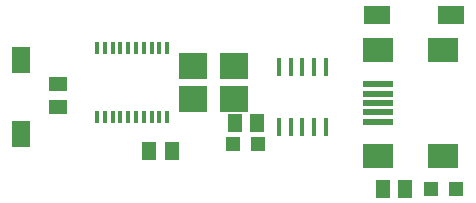
<source format=gbr>
G04 EAGLE Gerber RS-274X export*
G75*
%MOMM*%
%FSLAX34Y34*%
%LPD*%
%INSolderpaste Top*%
%IPPOS*%
%AMOC8*
5,1,8,0,0,1.08239X$1,22.5*%
G01*
%ADD10R,0.400000X1.000000*%
%ADD11R,1.500000X1.300000*%
%ADD12R,1.600000X2.300000*%
%ADD13R,1.300000X1.500000*%
%ADD14R,1.200000X1.200000*%
%ADD15R,2.500000X0.500000*%
%ADD16R,2.500000X2.000000*%
%ADD17R,0.400000X1.499997*%
%ADD18R,2.489200X2.235200*%
%ADD19R,2.300000X1.600000*%


D10*
X176018Y76040D03*
X169414Y76040D03*
X162810Y75980D03*
X156206Y76040D03*
X149602Y76040D03*
X142998Y76040D03*
X136394Y76040D03*
X129790Y76040D03*
X123186Y76040D03*
X116582Y76040D03*
X116582Y134460D03*
X123186Y134460D03*
X129790Y134460D03*
X136394Y134460D03*
X142998Y134460D03*
X149602Y134460D03*
X156206Y134460D03*
X162810Y134520D03*
X169414Y134460D03*
X176018Y134460D03*
D11*
X83820Y84480D03*
X83820Y103480D03*
D12*
X52070Y61210D03*
X52070Y124210D03*
D13*
X179680Y46990D03*
X160680Y46990D03*
D14*
X420400Y15240D03*
X399400Y15240D03*
D13*
X377700Y14560D03*
X358700Y14560D03*
D15*
X354410Y87630D03*
X354410Y79630D03*
X354410Y103630D03*
X354410Y95630D03*
D16*
X409410Y132630D03*
X409410Y42630D03*
X354410Y132630D03*
X354410Y42630D03*
D15*
X354410Y71630D03*
D17*
X310510Y117711D03*
X290190Y117711D03*
X300510Y117711D03*
X280510Y117711D03*
X270510Y117711D03*
X270510Y67709D03*
X280510Y67709D03*
X290190Y67709D03*
X300510Y67709D03*
X310510Y67709D03*
D18*
X198120Y119380D03*
X198120Y91440D03*
D19*
X416310Y162560D03*
X353310Y162560D03*
D18*
X232410Y119380D03*
D14*
X232070Y53340D03*
X253070Y53340D03*
D13*
X252070Y71120D03*
X233070Y71120D03*
D18*
X232410Y91440D03*
M02*

</source>
